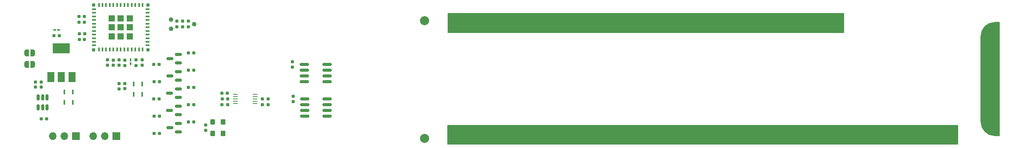
<source format=gbr>
%TF.GenerationSoftware,KiCad,Pcbnew,7.0.6*%
%TF.CreationDate,2023-10-18T20:18:50+02:00*%
%TF.ProjectId,Hydrofoil,48796472-6f66-46f6-996c-2e6b69636164,rev?*%
%TF.SameCoordinates,Original*%
%TF.FileFunction,Soldermask,Top*%
%TF.FilePolarity,Negative*%
%FSLAX46Y46*%
G04 Gerber Fmt 4.6, Leading zero omitted, Abs format (unit mm)*
G04 Created by KiCad (PCBNEW 7.0.6) date 2023-10-18 20:18:50*
%MOMM*%
%LPD*%
G01*
G04 APERTURE LIST*
G04 Aperture macros list*
%AMRoundRect*
0 Rectangle with rounded corners*
0 $1 Rounding radius*
0 $2 $3 $4 $5 $6 $7 $8 $9 X,Y pos of 4 corners*
0 Add a 4 corners polygon primitive as box body*
4,1,4,$2,$3,$4,$5,$6,$7,$8,$9,$2,$3,0*
0 Add four circle primitives for the rounded corners*
1,1,$1+$1,$2,$3*
1,1,$1+$1,$4,$5*
1,1,$1+$1,$6,$7*
1,1,$1+$1,$8,$9*
0 Add four rect primitives between the rounded corners*
20,1,$1+$1,$2,$3,$4,$5,0*
20,1,$1+$1,$4,$5,$6,$7,0*
20,1,$1+$1,$6,$7,$8,$9,0*
20,1,$1+$1,$8,$9,$2,$3,0*%
%AMFreePoly0*
4,1,19,0.500000,-0.750000,0.000000,-0.750000,0.000000,-0.744911,-0.071157,-0.744911,-0.207708,-0.704816,-0.327430,-0.627875,-0.420627,-0.520320,-0.479746,-0.390866,-0.500000,-0.250000,-0.500000,0.250000,-0.479746,0.390866,-0.420627,0.520320,-0.327430,0.627875,-0.207708,0.704816,-0.071157,0.744911,0.000000,0.744911,0.000000,0.750000,0.500000,0.750000,0.500000,-0.750000,0.500000,-0.750000,
$1*%
%AMFreePoly1*
4,1,19,0.000000,0.744911,0.071157,0.744911,0.207708,0.704816,0.327430,0.627875,0.420627,0.520320,0.479746,0.390866,0.500000,0.250000,0.500000,-0.250000,0.479746,-0.390866,0.420627,-0.520320,0.327430,-0.627875,0.207708,-0.704816,0.071157,-0.744911,0.000000,-0.744911,0.000000,-0.750000,-0.500000,-0.750000,-0.500000,0.750000,0.000000,0.750000,0.000000,0.744911,0.000000,0.744911,
$1*%
G04 Aperture macros list end*
%ADD10C,0.150000*%
%ADD11C,0.200000*%
%ADD12RoundRect,0.100000X-0.100000X0.217500X-0.100000X-0.217500X0.100000X-0.217500X0.100000X0.217500X0*%
%ADD13RoundRect,0.155000X0.155000X-0.212500X0.155000X0.212500X-0.155000X0.212500X-0.155000X-0.212500X0*%
%ADD14R,0.450800X1.111200*%
%ADD15RoundRect,0.160000X0.197500X0.160000X-0.197500X0.160000X-0.197500X-0.160000X0.197500X-0.160000X0*%
%ADD16RoundRect,0.150000X-0.825000X-0.150000X0.825000X-0.150000X0.825000X0.150000X-0.825000X0.150000X0*%
%ADD17RoundRect,0.150000X0.587500X0.150000X-0.587500X0.150000X-0.587500X-0.150000X0.587500X-0.150000X0*%
%ADD18RoundRect,0.160000X0.160000X-0.197500X0.160000X0.197500X-0.160000X0.197500X-0.160000X-0.197500X0*%
%ADD19RoundRect,0.155000X-0.155000X0.212500X-0.155000X-0.212500X0.155000X-0.212500X0.155000X0.212500X0*%
%ADD20R,0.812800X0.406400*%
%ADD21R,0.406400X0.812800*%
%ADD22R,1.447800X1.447800*%
%ADD23R,0.711200X0.711200*%
%ADD24R,1.700000X1.700000*%
%ADD25O,1.700000X1.700000*%
%ADD26RoundRect,0.160000X-0.197500X-0.160000X0.197500X-0.160000X0.197500X0.160000X-0.197500X0.160000X0*%
%ADD27C,0.990600*%
%ADD28C,0.787400*%
%ADD29RoundRect,0.160000X-0.160000X0.197500X-0.160000X-0.197500X0.160000X-0.197500X0.160000X0.197500X0*%
%ADD30RoundRect,0.155000X0.212500X0.155000X-0.212500X0.155000X-0.212500X-0.155000X0.212500X-0.155000X0*%
%ADD31C,2.000000*%
%ADD32R,1.500000X2.200000*%
%ADD33R,3.800000X2.200000*%
%ADD34RoundRect,0.150000X0.150000X-0.512500X0.150000X0.512500X-0.150000X0.512500X-0.150000X-0.512500X0*%
%ADD35FreePoly0,180.000000*%
%ADD36FreePoly1,180.000000*%
%ADD37RoundRect,0.250000X0.275000X0.350000X-0.275000X0.350000X-0.275000X-0.350000X0.275000X-0.350000X0*%
%ADD38RoundRect,0.155000X-0.212500X-0.155000X0.212500X-0.155000X0.212500X0.155000X-0.212500X0.155000X0*%
%ADD39RoundRect,0.100000X0.217500X0.100000X-0.217500X0.100000X-0.217500X-0.100000X0.217500X-0.100000X0*%
%ADD40R,1.100000X0.250000*%
G04 APERTURE END LIST*
D10*
X135719194Y-99372983D02*
X247796918Y-99372983D01*
X247796918Y-103533540D01*
X135719194Y-103533540D01*
X135719194Y-99372983D01*
G36*
X135719194Y-99372983D02*
G01*
X247796918Y-99372983D01*
X247796918Y-103533540D01*
X135719194Y-103533540D01*
X135719194Y-99372983D01*
G37*
X135797233Y-74668228D02*
X222756345Y-74668228D01*
X222756345Y-78894658D01*
X135797233Y-78894658D01*
X135797233Y-74668228D01*
G36*
X135797233Y-74668228D02*
G01*
X222756345Y-74668228D01*
X222756345Y-78894658D01*
X135797233Y-78894658D01*
X135797233Y-74668228D01*
G37*
D11*
X256893604Y-101659545D02*
X255893604Y-101659545D01*
G75*
G02*
X252893604Y-98659545I-4J3000045D01*
G01*
X252893604Y-79659545D01*
G75*
G02*
X255893604Y-76659545I2999996J45D01*
G01*
X256893604Y-76659545D01*
X256893604Y-101659545D01*
G36*
X256893604Y-101659545D02*
G01*
X255893604Y-101659545D01*
G75*
G02*
X252893604Y-98659545I-4J3000045D01*
G01*
X252893604Y-79659545D01*
G75*
G02*
X255893604Y-76659545I2999996J45D01*
G01*
X256893604Y-76659545D01*
X256893604Y-101659545D01*
G37*
D12*
%TO.C,D2*%
X66040000Y-84929127D03*
X66040000Y-85744127D03*
%TD*%
D13*
%TO.C,C5*%
X45085000Y-90936627D03*
X45085000Y-89801627D03*
%TD*%
D14*
%TO.C,CR3*%
X51435000Y-92009127D03*
X51435000Y-94309127D03*
%TD*%
D15*
%TO.C,R23*%
X79935000Y-98624127D03*
X78740000Y-98624127D03*
%TD*%
D16*
%TO.C,U6*%
X104205000Y-85924127D03*
X104205000Y-87194127D03*
X104205000Y-88464127D03*
X104205000Y-89734127D03*
X109155000Y-89734127D03*
X109155000Y-88464127D03*
X109155000Y-87194127D03*
X109155000Y-85924127D03*
%TD*%
D17*
%TO.C,Q4*%
X76472500Y-97034127D03*
X76472500Y-95134127D03*
X74597500Y-96084127D03*
%TD*%
D18*
%TO.C,R7*%
X63500000Y-86136627D03*
X63500000Y-84941627D03*
%TD*%
D19*
%TO.C,C2*%
X62230000Y-84971627D03*
X62230000Y-86106627D03*
%TD*%
D20*
%TO.C,U1*%
X57930001Y-73739127D03*
X57930001Y-74539128D03*
X57930001Y-75339127D03*
X57930001Y-76139128D03*
X57930001Y-76939126D03*
X57930001Y-77739127D03*
X57930001Y-78539128D03*
X57930001Y-79339126D03*
X57930001Y-80139127D03*
X57930001Y-80939126D03*
X57930001Y-81739127D03*
D21*
X59029998Y-82639127D03*
X59829999Y-82639127D03*
X60630000Y-82639127D03*
X61429999Y-82639127D03*
X62230000Y-82639127D03*
X63029998Y-82639127D03*
X63829999Y-82639127D03*
X64630000Y-82639127D03*
X65429998Y-82639127D03*
X66229999Y-82639127D03*
X67029998Y-82639127D03*
X67829999Y-82639127D03*
X68629997Y-82639127D03*
D20*
X69729997Y-81739127D03*
X69729997Y-80939126D03*
X69729997Y-80139127D03*
X69729997Y-79339126D03*
X69729997Y-78539128D03*
X69729997Y-77739127D03*
X69729997Y-76939126D03*
X69729997Y-76139128D03*
X69729997Y-75339127D03*
X69729997Y-74539128D03*
X69729997Y-73739127D03*
D21*
X68630000Y-72839127D03*
X67829999Y-72839127D03*
X67029998Y-72839127D03*
X66229999Y-72839127D03*
X65429998Y-72839127D03*
X64630000Y-72839127D03*
X63829999Y-72839127D03*
X63029998Y-72839127D03*
X62230000Y-72839127D03*
X61429999Y-72839127D03*
X60630000Y-72839127D03*
X59829999Y-72839127D03*
X59030001Y-72839127D03*
D22*
X63829999Y-77739127D03*
D23*
X69779999Y-72789127D03*
X69779999Y-82689127D03*
X57879999Y-82689127D03*
X57879999Y-72789127D03*
D22*
X65804999Y-75764127D03*
X65804999Y-77739127D03*
X65804999Y-79714127D03*
X63829999Y-79714127D03*
X61854999Y-79714127D03*
X61854999Y-77739127D03*
X61854999Y-75764127D03*
X63829999Y-75764127D03*
%TD*%
D17*
%TO.C,Q2*%
X76502500Y-89414127D03*
X76502500Y-87514127D03*
X74627500Y-88464127D03*
%TD*%
D24*
%TO.C,J2*%
X62865000Y-101799127D03*
D25*
X60325000Y-101799127D03*
X57785000Y-101799127D03*
%TD*%
D15*
%TO.C,R16*%
X79935000Y-87194127D03*
X78740000Y-87194127D03*
%TD*%
D26*
%TO.C,R24*%
X71120000Y-93544127D03*
X72315000Y-93544127D03*
%TD*%
%TO.C,R25*%
X71195000Y-97354127D03*
X72390000Y-97354127D03*
%TD*%
%TO.C,R20*%
X71195000Y-89734127D03*
X72390000Y-89734127D03*
%TD*%
D17*
%TO.C,Q1*%
X76502500Y-85604127D03*
X76502500Y-83704127D03*
X74627500Y-84654127D03*
%TD*%
D18*
%TO.C,R4*%
X64770000Y-86174127D03*
X64770000Y-84979127D03*
%TD*%
D26*
%TO.C,R19*%
X71120000Y-85924127D03*
X72315000Y-85924127D03*
%TD*%
D27*
%TO.C,TP1*%
X80010000Y-77034127D03*
X74930000Y-78050127D03*
X74930000Y-76018127D03*
D28*
X78740000Y-76399127D03*
X78740000Y-77669127D03*
X77470000Y-76399127D03*
X77470000Y-77669127D03*
X76200000Y-76399127D03*
X76200000Y-77669127D03*
%TD*%
D15*
%TO.C,R21*%
X79935000Y-91004127D03*
X78740000Y-91004127D03*
%TD*%
D29*
%TO.C,R9*%
X63500000Y-90141627D03*
X63500000Y-91336627D03*
%TD*%
D30*
%TO.C,C6*%
X55812500Y-75379127D03*
X54677500Y-75379127D03*
%TD*%
D19*
%TO.C,C7*%
X82550000Y-99326627D03*
X82550000Y-100461627D03*
%TD*%
D13*
%TO.C,C4*%
X46355000Y-90936627D03*
X46355000Y-89801627D03*
%TD*%
D19*
%TO.C,C3*%
X64770000Y-90171627D03*
X64770000Y-91306627D03*
%TD*%
D18*
%TO.C,R3*%
X67229205Y-86149837D03*
X67229205Y-84954837D03*
%TD*%
D29*
%TO.C,R15*%
X101730000Y-92946627D03*
X101730000Y-94141627D03*
%TD*%
D17*
%TO.C,Q5*%
X76502500Y-100844127D03*
X76502500Y-98944127D03*
X74627500Y-99894127D03*
%TD*%
D15*
%TO.C,R1*%
X50367500Y-79574127D03*
X49172500Y-79574127D03*
%TD*%
D31*
%TO.C,CP3*%
X130617262Y-76260138D03*
%TD*%
D32*
%TO.C,U2*%
X48500000Y-88689127D03*
X50800000Y-88689127D03*
X53100000Y-88689127D03*
D33*
X50800000Y-82389127D03*
%TD*%
D34*
%TO.C,U3*%
X45720000Y-95449127D03*
X46670000Y-95449127D03*
X47620000Y-95449127D03*
X47620000Y-93174127D03*
X46670000Y-93174127D03*
X45720000Y-93174127D03*
%TD*%
D17*
%TO.C,Q3*%
X76472500Y-93224127D03*
X76472500Y-91324127D03*
X74597500Y-92274127D03*
%TD*%
D35*
%TO.C,JP1*%
X44465000Y-83384127D03*
D36*
X43165000Y-83384127D03*
%TD*%
D14*
%TO.C,CR4*%
X53340000Y-92009127D03*
X53340000Y-94309127D03*
%TD*%
D37*
%TO.C,L2*%
X86360000Y-101164127D03*
X84060000Y-101164127D03*
%TD*%
D29*
%TO.C,R8*%
X60960000Y-84941627D03*
X60960000Y-86136627D03*
%TD*%
D15*
%TO.C,R22*%
X79935000Y-94814127D03*
X78740000Y-94814127D03*
%TD*%
D14*
%TO.C,CR2*%
X68580000Y-92524127D03*
X68580000Y-90224127D03*
%TD*%
%TO.C,CR1*%
X66675000Y-92524127D03*
X66675000Y-90224127D03*
%TD*%
D26*
%TO.C,R2*%
X54715000Y-79189127D03*
X55910000Y-79189127D03*
%TD*%
D16*
%TO.C,U5*%
X104270000Y-93544127D03*
X104270000Y-94814127D03*
X104270000Y-96084127D03*
X104270000Y-97354127D03*
X109220000Y-97354127D03*
X109220000Y-96084127D03*
X109220000Y-94814127D03*
X109220000Y-93544127D03*
%TD*%
D35*
%TO.C,JP2*%
X44465000Y-85924127D03*
D36*
X43165000Y-85924127D03*
%TD*%
D18*
%TO.C,R6*%
X68580000Y-86136627D03*
X68580000Y-84941627D03*
%TD*%
D15*
%TO.C,R10*%
X47587500Y-97989127D03*
X46392500Y-97989127D03*
%TD*%
D38*
%TO.C,C8*%
X86110000Y-92274127D03*
X87245000Y-92274127D03*
%TD*%
D26*
%TO.C,R5*%
X54685000Y-76649127D03*
X55880000Y-76649127D03*
%TD*%
D37*
%TO.C,L1*%
X86360000Y-98624127D03*
X84060000Y-98624127D03*
%TD*%
D26*
%TO.C,R26*%
X71195000Y-101164127D03*
X72390000Y-101164127D03*
%TD*%
%TO.C,R13*%
X86110000Y-94814127D03*
X87305000Y-94814127D03*
%TD*%
D29*
%TO.C,R18*%
X101600000Y-85326627D03*
X101600000Y-86521627D03*
%TD*%
D31*
%TO.C,CP1*%
X130617262Y-102295138D03*
%TD*%
D26*
%TO.C,R11*%
X95000000Y-94814127D03*
X96195000Y-94814127D03*
%TD*%
D15*
%TO.C,R12*%
X96195000Y-93544127D03*
X95000000Y-93544127D03*
%TD*%
%TO.C,R17*%
X79935000Y-83384127D03*
X78740000Y-83384127D03*
%TD*%
D26*
%TO.C,R14*%
X86185000Y-93544127D03*
X87380000Y-93544127D03*
%TD*%
D39*
%TO.C,D1*%
X50140000Y-78304127D03*
X49325000Y-78304127D03*
%TD*%
D40*
%TO.C,U4*%
X93340000Y-94544127D03*
X93340000Y-94044127D03*
X93340000Y-93544127D03*
X93340000Y-93044127D03*
X93340000Y-92544127D03*
X89040000Y-92544127D03*
X89040000Y-93044127D03*
X89040000Y-93544127D03*
X89040000Y-94044127D03*
X89040000Y-94544127D03*
%TD*%
D24*
%TO.C,J1*%
X53975000Y-101799127D03*
D25*
X51435000Y-101799127D03*
X48895000Y-101799127D03*
%TD*%
D30*
%TO.C,C1*%
X55880000Y-80459127D03*
X54745000Y-80459127D03*
%TD*%
M02*

</source>
